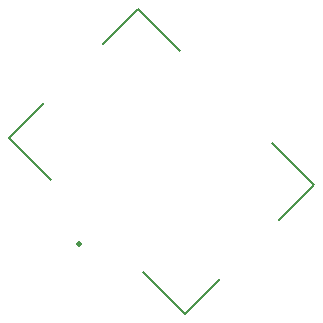
<source format=gbo>
%FSLAX33Y33*%
%MOMM*%
%ADD10C,0.15*%
%ADD11C,0.5*%
D10*
%LNbottom silkscreen_traces*%
%LNbottom silkscreen component 3f7fce908c9848ab*%
G01*
X9520Y24440D02*
X6515Y21435D01*
X-1440Y13480D02*
X1565Y16485D01*
X13480Y-1440D02*
X16485Y1565D01*
X24440Y9520D02*
X21435Y6515D01*
X-1440Y13480D02*
X2131Y9909D01*
X13480Y-1440D02*
X9909Y2131D01*
X9520Y24440D02*
X13091Y20869D01*
X24440Y9520D02*
X20869Y13091D01*
D11*
X4517Y4517D03*
M02*
</source>
